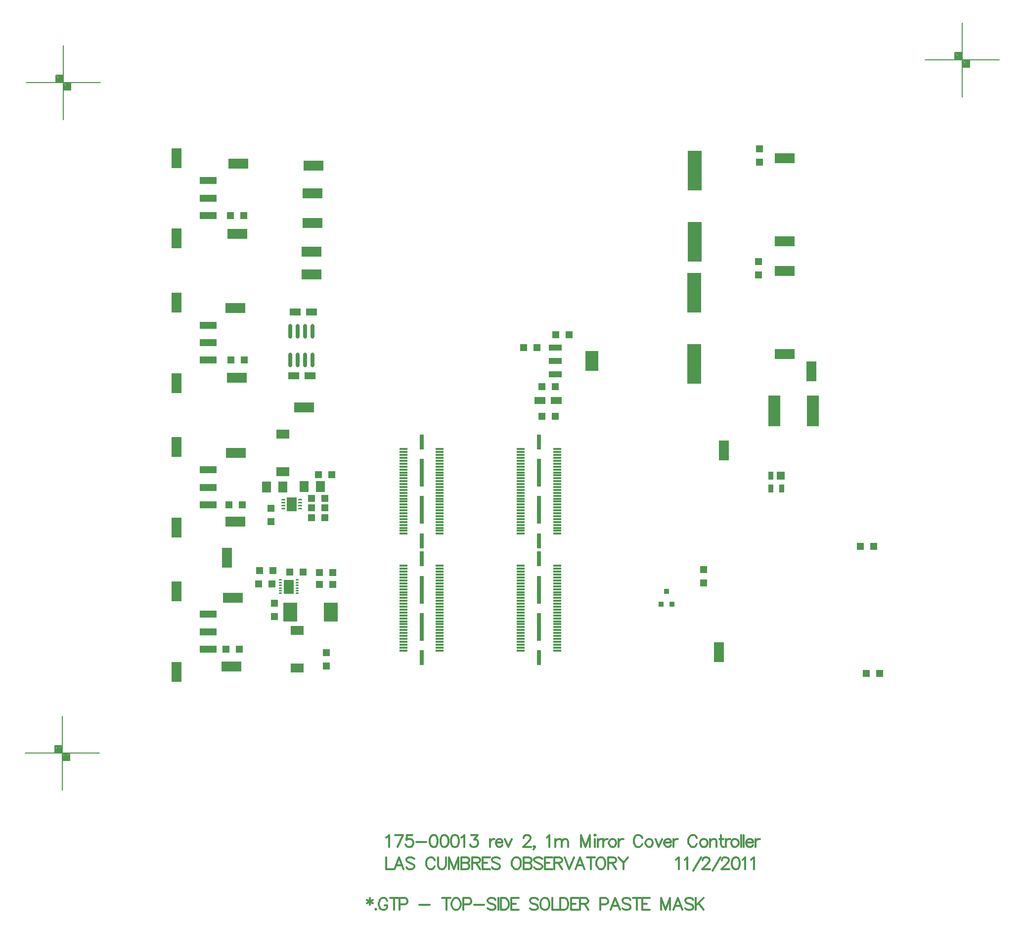
<source format=gtp>
%FSLAX23Y23*%
%MOIN*%
G70*
G01*
G75*
G04 Layer_Color=8421504*
%ADD10R,0.025X0.100*%
%ADD11R,0.057X0.012*%
%ADD12R,0.025X0.185*%
%ADD13R,0.085X0.138*%
%ADD14R,0.085X0.043*%
%ADD15R,0.085X0.043*%
%ADD16R,0.035X0.053*%
%ADD17R,0.053X0.053*%
%ADD18R,0.070X0.135*%
%ADD19R,0.036X0.036*%
%ADD20R,0.098X0.268*%
%ADD21R,0.078X0.048*%
%ADD22R,0.063X0.075*%
%ADD23R,0.050X0.050*%
%ADD24R,0.079X0.209*%
%ADD25R,0.094X0.130*%
%ADD26O,0.028X0.098*%
%ADD27R,0.087X0.059*%
%ADD28O,0.027X0.010*%
%ADD29R,0.065X0.094*%
%ADD30O,0.024X0.010*%
%ADD31R,0.135X0.070*%
%ADD32R,0.050X0.050*%
%ADD33R,0.115X0.050*%
%ADD34R,0.065X0.135*%
%ADD35C,0.050*%
%ADD36C,0.008*%
%ADD37C,0.005*%
%ADD38C,0.012*%
%ADD39C,0.010*%
%ADD40C,0.020*%
%ADD41C,0.100*%
%ADD42C,0.030*%
%ADD43C,0.025*%
%ADD44C,0.012*%
%ADD45C,0.012*%
%ADD46C,0.060*%
%ADD47C,0.039*%
%ADD48C,0.220*%
%ADD49C,0.020*%
%ADD50C,0.059*%
%ADD51R,0.059X0.059*%
%ADD52C,0.063*%
%ADD53C,0.116*%
%ADD54C,0.065*%
%ADD55C,0.100*%
%ADD56C,0.079*%
%ADD57R,0.059X0.059*%
%ADD58C,0.059*%
%ADD59C,0.087*%
%ADD60R,0.087X0.087*%
%ADD61C,0.157*%
%ADD62C,0.026*%
%ADD63C,0.024*%
%ADD64C,0.050*%
%ADD65C,0.040*%
%ADD66C,0.070*%
G04:AMPARAMS|DCode=67|XSize=90mil|YSize=90mil|CornerRadius=0mil|HoleSize=0mil|Usage=FLASHONLY|Rotation=0.000|XOffset=0mil|YOffset=0mil|HoleType=Round|Shape=Relief|Width=10mil|Gap=10mil|Entries=4|*
%AMTHD67*
7,0,0,0.090,0.070,0.010,45*
%
%ADD67THD67*%
%ADD68C,0.080*%
%ADD69C,0.206*%
%ADD70C,0.075*%
%ADD71C,0.168*%
%ADD72C,0.080*%
%ADD73C,0.103*%
%ADD74C,0.087*%
%ADD75C,0.075*%
%ADD76C,0.076*%
%ADD77C,0.131*%
%ADD78C,0.053*%
G04:AMPARAMS|DCode=79|XSize=110mil|YSize=110mil|CornerRadius=0mil|HoleSize=0mil|Usage=FLASHONLY|Rotation=0.000|XOffset=0mil|YOffset=0mil|HoleType=Round|Shape=Relief|Width=10mil|Gap=10mil|Entries=4|*
%AMTHD79*
7,0,0,0.110,0.090,0.010,45*
%
%ADD79THD79*%
G04:AMPARAMS|DCode=80|XSize=70mil|YSize=70mil|CornerRadius=0mil|HoleSize=0mil|Usage=FLASHONLY|Rotation=0.000|XOffset=0mil|YOffset=0mil|HoleType=Round|Shape=Relief|Width=10mil|Gap=10mil|Entries=4|*
%AMTHD80*
7,0,0,0.070,0.050,0.010,45*
%
%ADD80THD80*%
G04:AMPARAMS|DCode=81|XSize=120mil|YSize=120mil|CornerRadius=0mil|HoleSize=0mil|Usage=FLASHONLY|Rotation=0.000|XOffset=0mil|YOffset=0mil|HoleType=Round|Shape=Relief|Width=10mil|Gap=10mil|Entries=4|*
%AMTHD81*
7,0,0,0.120,0.100,0.010,45*
%
%ADD81THD81*%
%ADD82C,0.068*%
G04:AMPARAMS|DCode=83|XSize=100mil|YSize=100mil|CornerRadius=0mil|HoleSize=0mil|Usage=FLASHONLY|Rotation=0.000|XOffset=0mil|YOffset=0mil|HoleType=Round|Shape=Relief|Width=10mil|Gap=10mil|Entries=4|*
%AMTHD83*
7,0,0,0.100,0.080,0.010,45*
%
%ADD83THD83*%
G04:AMPARAMS|DCode=84|XSize=123mil|YSize=123mil|CornerRadius=0mil|HoleSize=0mil|Usage=FLASHONLY|Rotation=0.000|XOffset=0mil|YOffset=0mil|HoleType=Round|Shape=Relief|Width=10mil|Gap=10mil|Entries=4|*
%AMTHD84*
7,0,0,0.123,0.103,0.010,45*
%
%ADD84THD84*%
G04:AMPARAMS|DCode=85|XSize=95.433mil|YSize=95.433mil|CornerRadius=0mil|HoleSize=0mil|Usage=FLASHONLY|Rotation=0.000|XOffset=0mil|YOffset=0mil|HoleType=Round|Shape=Relief|Width=10mil|Gap=10mil|Entries=4|*
%AMTHD85*
7,0,0,0.095,0.075,0.010,45*
%
%ADD85THD85*%
G04:AMPARAMS|DCode=86|XSize=107.244mil|YSize=107.244mil|CornerRadius=0mil|HoleSize=0mil|Usage=FLASHONLY|Rotation=0.000|XOffset=0mil|YOffset=0mil|HoleType=Round|Shape=Relief|Width=10mil|Gap=10mil|Entries=4|*
%AMTHD86*
7,0,0,0.107,0.087,0.010,45*
%
%ADD86THD86*%
G04:AMPARAMS|DCode=87|XSize=96.221mil|YSize=96.221mil|CornerRadius=0mil|HoleSize=0mil|Usage=FLASHONLY|Rotation=0.000|XOffset=0mil|YOffset=0mil|HoleType=Round|Shape=Relief|Width=10mil|Gap=10mil|Entries=4|*
%AMTHD87*
7,0,0,0.096,0.076,0.010,45*
%
%ADD87THD87*%
G04:AMPARAMS|DCode=88|XSize=150.551mil|YSize=150.551mil|CornerRadius=0mil|HoleSize=0mil|Usage=FLASHONLY|Rotation=0.000|XOffset=0mil|YOffset=0mil|HoleType=Round|Shape=Relief|Width=10mil|Gap=10mil|Entries=4|*
%AMTHD88*
7,0,0,0.151,0.131,0.010,45*
%
%ADD88THD88*%
G04:AMPARAMS|DCode=89|XSize=72.992mil|YSize=72.992mil|CornerRadius=0mil|HoleSize=0mil|Usage=FLASHONLY|Rotation=0.000|XOffset=0mil|YOffset=0mil|HoleType=Round|Shape=Relief|Width=10mil|Gap=10mil|Entries=4|*
%AMTHD89*
7,0,0,0.073,0.053,0.010,45*
%
%ADD89THD89*%
%ADD90C,0.090*%
G04:AMPARAMS|DCode=91|XSize=88mil|YSize=88mil|CornerRadius=0mil|HoleSize=0mil|Usage=FLASHONLY|Rotation=0.000|XOffset=0mil|YOffset=0mil|HoleType=Round|Shape=Relief|Width=10mil|Gap=10mil|Entries=4|*
%AMTHD91*
7,0,0,0.088,0.068,0.010,45*
%
%ADD91THD91*%
%ADD92C,0.010*%
%ADD93C,0.010*%
%ADD94C,0.020*%
%ADD95C,0.008*%
%ADD96C,0.006*%
%ADD97C,0.007*%
%ADD98R,0.136X0.162*%
D10*
X14547Y11409D02*
D03*
Y11531D02*
D03*
Y12196D02*
D03*
Y10744D02*
D03*
X13757Y11409D02*
D03*
Y11531D02*
D03*
Y12196D02*
D03*
Y10744D02*
D03*
D11*
X14669Y12149D02*
D03*
Y12129D02*
D03*
Y12110D02*
D03*
Y12090D02*
D03*
Y12070D02*
D03*
Y12050D02*
D03*
Y12031D02*
D03*
Y12011D02*
D03*
Y11991D02*
D03*
Y11972D02*
D03*
Y11952D02*
D03*
Y11932D02*
D03*
Y11913D02*
D03*
Y11893D02*
D03*
Y11873D02*
D03*
Y11854D02*
D03*
Y11834D02*
D03*
Y11814D02*
D03*
Y11795D02*
D03*
Y11775D02*
D03*
Y11755D02*
D03*
Y11736D02*
D03*
Y11716D02*
D03*
Y11696D02*
D03*
Y11676D02*
D03*
Y11657D02*
D03*
Y11637D02*
D03*
Y11617D02*
D03*
Y11598D02*
D03*
Y11578D02*
D03*
Y11362D02*
D03*
Y11342D02*
D03*
Y11322D02*
D03*
Y11302D02*
D03*
Y11283D02*
D03*
Y11263D02*
D03*
Y11243D02*
D03*
Y11224D02*
D03*
Y11204D02*
D03*
Y11184D02*
D03*
Y11165D02*
D03*
Y11145D02*
D03*
Y11125D02*
D03*
Y11106D02*
D03*
Y11086D02*
D03*
Y11066D02*
D03*
Y11047D02*
D03*
Y11027D02*
D03*
Y11007D02*
D03*
Y10987D02*
D03*
Y10968D02*
D03*
Y10948D02*
D03*
Y10928D02*
D03*
Y10909D02*
D03*
Y10889D02*
D03*
Y10869D02*
D03*
Y10850D02*
D03*
Y10830D02*
D03*
Y10810D02*
D03*
Y10791D02*
D03*
X14425Y12149D02*
D03*
Y12129D02*
D03*
Y12110D02*
D03*
Y12090D02*
D03*
Y12070D02*
D03*
Y12050D02*
D03*
Y12031D02*
D03*
Y12011D02*
D03*
Y11991D02*
D03*
Y11972D02*
D03*
Y11952D02*
D03*
Y11932D02*
D03*
Y11913D02*
D03*
Y11893D02*
D03*
Y11873D02*
D03*
Y11854D02*
D03*
Y11834D02*
D03*
Y11814D02*
D03*
Y11795D02*
D03*
Y11775D02*
D03*
Y11755D02*
D03*
Y11736D02*
D03*
Y11716D02*
D03*
Y11696D02*
D03*
Y11676D02*
D03*
Y11657D02*
D03*
Y11637D02*
D03*
Y11617D02*
D03*
Y11598D02*
D03*
Y11578D02*
D03*
Y11362D02*
D03*
Y11342D02*
D03*
Y11322D02*
D03*
Y11302D02*
D03*
Y11283D02*
D03*
Y11263D02*
D03*
Y11243D02*
D03*
Y11224D02*
D03*
Y11204D02*
D03*
Y11184D02*
D03*
Y11165D02*
D03*
Y11145D02*
D03*
Y11125D02*
D03*
Y11106D02*
D03*
Y11086D02*
D03*
Y11066D02*
D03*
Y11047D02*
D03*
Y11027D02*
D03*
Y11007D02*
D03*
Y10987D02*
D03*
Y10968D02*
D03*
Y10948D02*
D03*
Y10928D02*
D03*
Y10909D02*
D03*
Y10889D02*
D03*
Y10869D02*
D03*
Y10850D02*
D03*
Y10830D02*
D03*
Y10810D02*
D03*
Y10791D02*
D03*
X13878Y12149D02*
D03*
Y12129D02*
D03*
Y12110D02*
D03*
Y12090D02*
D03*
Y12070D02*
D03*
Y12050D02*
D03*
Y12031D02*
D03*
Y12011D02*
D03*
Y11991D02*
D03*
Y11972D02*
D03*
Y11952D02*
D03*
Y11932D02*
D03*
Y11913D02*
D03*
Y11893D02*
D03*
Y11873D02*
D03*
Y11854D02*
D03*
Y11834D02*
D03*
Y11814D02*
D03*
Y11795D02*
D03*
Y11775D02*
D03*
Y11755D02*
D03*
Y11736D02*
D03*
Y11716D02*
D03*
Y11696D02*
D03*
Y11676D02*
D03*
Y11657D02*
D03*
Y11637D02*
D03*
Y11617D02*
D03*
Y11598D02*
D03*
Y11578D02*
D03*
Y11362D02*
D03*
Y11342D02*
D03*
Y11322D02*
D03*
Y11302D02*
D03*
Y11283D02*
D03*
Y11263D02*
D03*
Y11243D02*
D03*
Y11224D02*
D03*
Y11204D02*
D03*
Y11184D02*
D03*
Y11165D02*
D03*
Y11145D02*
D03*
Y11125D02*
D03*
Y11106D02*
D03*
Y11086D02*
D03*
Y11066D02*
D03*
Y11047D02*
D03*
Y11027D02*
D03*
Y11007D02*
D03*
Y10987D02*
D03*
Y10968D02*
D03*
Y10948D02*
D03*
Y10928D02*
D03*
Y10909D02*
D03*
Y10889D02*
D03*
Y10869D02*
D03*
Y10850D02*
D03*
Y10830D02*
D03*
Y10810D02*
D03*
Y10791D02*
D03*
X13635Y12149D02*
D03*
Y12129D02*
D03*
Y12110D02*
D03*
Y12090D02*
D03*
Y12070D02*
D03*
Y12050D02*
D03*
Y12031D02*
D03*
Y12011D02*
D03*
Y11991D02*
D03*
Y11972D02*
D03*
Y11952D02*
D03*
Y11932D02*
D03*
Y11913D02*
D03*
Y11893D02*
D03*
Y11873D02*
D03*
Y11854D02*
D03*
Y11834D02*
D03*
Y11814D02*
D03*
Y11795D02*
D03*
Y11775D02*
D03*
Y11755D02*
D03*
Y11736D02*
D03*
Y11716D02*
D03*
Y11696D02*
D03*
Y11676D02*
D03*
Y11657D02*
D03*
Y11637D02*
D03*
Y11617D02*
D03*
Y11598D02*
D03*
Y11578D02*
D03*
Y11362D02*
D03*
Y11342D02*
D03*
Y11322D02*
D03*
Y11302D02*
D03*
Y11283D02*
D03*
Y11263D02*
D03*
Y11243D02*
D03*
Y11224D02*
D03*
Y11204D02*
D03*
Y11184D02*
D03*
Y11165D02*
D03*
Y11145D02*
D03*
Y11125D02*
D03*
Y11106D02*
D03*
Y11086D02*
D03*
Y11066D02*
D03*
Y11047D02*
D03*
Y11027D02*
D03*
Y11007D02*
D03*
Y10987D02*
D03*
Y10968D02*
D03*
Y10948D02*
D03*
Y10928D02*
D03*
Y10909D02*
D03*
Y10889D02*
D03*
Y10869D02*
D03*
Y10850D02*
D03*
Y10830D02*
D03*
Y10810D02*
D03*
Y10791D02*
D03*
D12*
X14547Y11988D02*
D03*
Y11738D02*
D03*
Y10951D02*
D03*
Y11201D02*
D03*
X13757Y11988D02*
D03*
Y11738D02*
D03*
Y10951D02*
D03*
Y11201D02*
D03*
D13*
X14902Y12743D02*
D03*
D14*
X14658Y12653D02*
D03*
Y12834D02*
D03*
D15*
Y12743D02*
D03*
D16*
X16109Y11971D02*
D03*
Y11884D02*
D03*
X16183D02*
D03*
D17*
X16176Y11971D02*
D03*
D18*
X15793Y12138D02*
D03*
X16382Y12674D02*
D03*
X12442Y11417D02*
D03*
X15759Y10779D02*
D03*
D19*
X15369Y11104D02*
D03*
X15406Y11190D02*
D03*
X15443Y11104D02*
D03*
D20*
X15598Y13545D02*
D03*
Y14025D02*
D03*
X15595Y12722D02*
D03*
Y13202D02*
D03*
D21*
X13004Y12642D02*
D03*
X12894D02*
D03*
X14553Y12475D02*
D03*
X14663D02*
D03*
X13015Y13073D02*
D03*
X12905D02*
D03*
D22*
X13074Y11895D02*
D03*
X12964D02*
D03*
X12710Y11892D02*
D03*
X12820D02*
D03*
D23*
X14566Y12570D02*
D03*
X14656D02*
D03*
X12437Y10799D02*
D03*
X12527D02*
D03*
X12458Y11773D02*
D03*
X12548D02*
D03*
X12469Y12748D02*
D03*
X12559D02*
D03*
X12468Y13722D02*
D03*
X12558D02*
D03*
X16755Y10636D02*
D03*
X16845D02*
D03*
X16713Y11492D02*
D03*
X16803D02*
D03*
X13150Y11977D02*
D03*
X13060D02*
D03*
X13105Y11752D02*
D03*
X13015D02*
D03*
Y11817D02*
D03*
X13105D02*
D03*
X13015Y11687D02*
D03*
X13105D02*
D03*
X12662Y11330D02*
D03*
X12752D02*
D03*
X13157Y11315D02*
D03*
X13067D02*
D03*
X13157Y11235D02*
D03*
X13067D02*
D03*
X12747Y11240D02*
D03*
X12657D02*
D03*
X12867Y11320D02*
D03*
X12957D02*
D03*
X14568Y12368D02*
D03*
X14658D02*
D03*
X14660Y12921D02*
D03*
X14750D02*
D03*
X14445Y12833D02*
D03*
X14535D02*
D03*
D24*
X16394Y12407D02*
D03*
X16134D02*
D03*
D25*
X13144Y11050D02*
D03*
X12870D02*
D03*
D26*
X13021Y12942D02*
D03*
X12971D02*
D03*
X12921D02*
D03*
X12871D02*
D03*
X13021Y12749D02*
D03*
X12971D02*
D03*
X12921D02*
D03*
X12871D02*
D03*
D27*
X12917Y10926D02*
D03*
Y10674D02*
D03*
X12820Y11996D02*
D03*
Y12248D02*
D03*
D28*
X12825Y11806D02*
D03*
Y11787D02*
D03*
Y11767D02*
D03*
Y11747D02*
D03*
X12936D02*
D03*
Y11767D02*
D03*
X12936Y11787D02*
D03*
X12936Y11806D02*
D03*
D29*
X12880Y11777D02*
D03*
X12859Y11220D02*
D03*
D30*
X12916Y11265D02*
D03*
Y11247D02*
D03*
X12802Y11265D02*
D03*
Y11247D02*
D03*
Y11229D02*
D03*
Y11211D02*
D03*
Y11194D02*
D03*
Y11176D02*
D03*
X12916D02*
D03*
Y11194D02*
D03*
Y11211D02*
D03*
Y11229D02*
D03*
D31*
X16202Y12790D02*
D03*
Y13350D02*
D03*
Y13550D02*
D03*
Y14110D02*
D03*
X13019Y13674D02*
D03*
X13026Y14061D02*
D03*
X13015Y13481D02*
D03*
X13021Y13873D02*
D03*
X12484Y11147D02*
D03*
X12502Y12124D02*
D03*
X12500Y13099D02*
D03*
X12521Y14074D02*
D03*
X12475Y10683D02*
D03*
X12500Y11659D02*
D03*
X12509Y12629D02*
D03*
X12514Y13600D02*
D03*
X13015Y13326D02*
D03*
X12963Y12430D02*
D03*
D32*
X16027Y13413D02*
D03*
Y13323D02*
D03*
X16035Y14173D02*
D03*
Y14083D02*
D03*
X15658Y11337D02*
D03*
Y11247D02*
D03*
X12741Y11659D02*
D03*
Y11749D02*
D03*
X12762Y11020D02*
D03*
Y11110D02*
D03*
X13112Y10775D02*
D03*
Y10685D02*
D03*
D33*
X12318Y13722D02*
D03*
Y13840D02*
D03*
Y13958D02*
D03*
Y12748D02*
D03*
Y12866D02*
D03*
Y12984D02*
D03*
Y11773D02*
D03*
Y11891D02*
D03*
Y12009D02*
D03*
Y10799D02*
D03*
Y10917D02*
D03*
Y11035D02*
D03*
D34*
X12102Y13569D02*
D03*
Y14111D02*
D03*
Y12594D02*
D03*
Y13137D02*
D03*
Y11620D02*
D03*
Y12162D02*
D03*
Y10646D02*
D03*
Y11188D02*
D03*
D36*
X11311Y14643D02*
X11321D01*
X11311Y14638D02*
Y14648D01*
Y14638D02*
X11321D01*
Y14648D01*
X11311D02*
X11321D01*
X11306Y14633D02*
Y14648D01*
Y14633D02*
X11326D01*
Y14653D01*
X11306D02*
X11326D01*
X11301Y14628D02*
Y14653D01*
Y14628D02*
X11331D01*
Y14658D01*
X11301D02*
X11331D01*
X11296Y14623D02*
Y14663D01*
Y14623D02*
X11336D01*
Y14663D01*
X11296D02*
X11336D01*
X11361Y14593D02*
X11371D01*
X11361Y14588D02*
Y14598D01*
Y14588D02*
X11371D01*
Y14598D01*
X11361D02*
X11371D01*
X11356Y14583D02*
Y14598D01*
Y14583D02*
X11376D01*
Y14603D01*
X11356D02*
X11376D01*
X11351Y14578D02*
Y14603D01*
Y14578D02*
X11381D01*
Y14608D01*
X11351D02*
X11381D01*
X11346Y14573D02*
Y14613D01*
Y14573D02*
X11386D01*
Y14613D01*
X11346D02*
X11386D01*
X11341Y14568D02*
X11391D01*
Y14618D01*
X11291Y14668D02*
X11341D01*
X11291Y14618D02*
Y14668D01*
X11341Y14368D02*
Y14868D01*
X11091Y14618D02*
X11591D01*
X11302Y10123D02*
X11312D01*
X11302Y10118D02*
Y10128D01*
Y10118D02*
X11312D01*
Y10128D01*
X11302D02*
X11312D01*
X11297Y10113D02*
Y10128D01*
Y10113D02*
X11317D01*
Y10133D01*
X11297D02*
X11317D01*
X11292Y10108D02*
Y10133D01*
Y10108D02*
X11322D01*
Y10138D01*
X11292D02*
X11322D01*
X11287Y10103D02*
Y10143D01*
Y10103D02*
X11327D01*
Y10143D01*
X11287D02*
X11327D01*
X11352Y10073D02*
X11362D01*
X11352Y10068D02*
Y10078D01*
Y10068D02*
X11362D01*
Y10078D01*
X11352D02*
X11362D01*
X11347Y10063D02*
Y10078D01*
Y10063D02*
X11367D01*
Y10083D01*
X11347D02*
X11367D01*
X11342Y10058D02*
Y10083D01*
Y10058D02*
X11372D01*
Y10088D01*
X11342D02*
X11372D01*
X11337Y10053D02*
Y10093D01*
Y10053D02*
X11377D01*
Y10093D01*
X11337D02*
X11377D01*
X11332Y10048D02*
X11382D01*
Y10098D01*
X11282Y10148D02*
X11332D01*
X11282Y10098D02*
Y10148D01*
X11332Y9848D02*
Y10348D01*
X11082Y10098D02*
X11582D01*
X17370Y14798D02*
X17380D01*
X17370Y14793D02*
Y14803D01*
Y14793D02*
X17380Y14793D01*
X17380Y14803D01*
X17370D02*
X17380D01*
X17365Y14788D02*
Y14803D01*
Y14788D02*
X17385D01*
Y14808D01*
X17365Y14808D02*
X17385Y14808D01*
X17360Y14783D02*
Y14808D01*
Y14783D02*
X17390D01*
Y14813D01*
X17360D02*
X17390D01*
X17355Y14778D02*
Y14818D01*
Y14778D02*
X17395D01*
Y14818D01*
X17355D02*
X17395D01*
X17420Y14748D02*
X17430D01*
X17420Y14743D02*
X17420Y14753D01*
X17420Y14743D02*
X17430D01*
Y14753D01*
X17420Y14753D02*
X17430Y14753D01*
X17415Y14738D02*
Y14753D01*
Y14738D02*
X17435Y14738D01*
X17435Y14758D02*
X17435Y14738D01*
X17415Y14758D02*
X17435D01*
X17410Y14733D02*
Y14758D01*
Y14733D02*
X17440D01*
Y14763D01*
X17410D02*
X17440D01*
X17405Y14728D02*
Y14768D01*
Y14728D02*
X17445D01*
Y14768D01*
X17405D02*
X17445D01*
X17400Y14723D02*
X17450Y14723D01*
X17450Y14773D02*
X17450Y14723D01*
X17350Y14823D02*
X17400Y14823D01*
X17350Y14823D02*
X17350Y14773D01*
X17400Y14523D02*
Y15023D01*
X17150Y14773D02*
X17650D01*
D38*
X13407Y9122D02*
Y9076D01*
X13388Y9110D02*
X13426Y9087D01*
Y9110D02*
X13388Y9087D01*
X13447Y9049D02*
X13443Y9045D01*
X13447Y9042D01*
X13450Y9045D01*
X13447Y9049D01*
X13525Y9103D02*
X13521Y9110D01*
X13514Y9118D01*
X13506Y9122D01*
X13491D01*
X13483Y9118D01*
X13475Y9110D01*
X13472Y9103D01*
X13468Y9091D01*
Y9072D01*
X13472Y9061D01*
X13475Y9053D01*
X13483Y9045D01*
X13491Y9042D01*
X13506D01*
X13514Y9045D01*
X13521Y9053D01*
X13525Y9061D01*
Y9072D01*
X13506D02*
X13525D01*
X13570Y9122D02*
Y9042D01*
X13543Y9122D02*
X13597D01*
X13606Y9080D02*
X13640D01*
X13652Y9084D01*
X13656Y9087D01*
X13659Y9095D01*
Y9106D01*
X13656Y9114D01*
X13652Y9118D01*
X13640Y9122D01*
X13606D01*
Y9042D01*
X13740Y9076D02*
X13809D01*
X13922Y9122D02*
Y9042D01*
X13895Y9122D02*
X13949D01*
X13981D02*
X13973Y9118D01*
X13966Y9110D01*
X13962Y9103D01*
X13958Y9091D01*
Y9072D01*
X13962Y9061D01*
X13966Y9053D01*
X13973Y9045D01*
X13981Y9042D01*
X13996D01*
X14004Y9045D01*
X14011Y9053D01*
X14015Y9061D01*
X14019Y9072D01*
Y9091D01*
X14015Y9103D01*
X14011Y9110D01*
X14004Y9118D01*
X13996Y9122D01*
X13981D01*
X14038Y9080D02*
X14072D01*
X14083Y9084D01*
X14087Y9087D01*
X14091Y9095D01*
Y9106D01*
X14087Y9114D01*
X14083Y9118D01*
X14072Y9122D01*
X14038D01*
Y9042D01*
X14109Y9076D02*
X14177D01*
X14254Y9110D02*
X14247Y9118D01*
X14235Y9122D01*
X14220D01*
X14209Y9118D01*
X14201Y9110D01*
Y9103D01*
X14205Y9095D01*
X14209Y9091D01*
X14216Y9087D01*
X14239Y9080D01*
X14247Y9076D01*
X14251Y9072D01*
X14254Y9064D01*
Y9053D01*
X14247Y9045D01*
X14235Y9042D01*
X14220D01*
X14209Y9045D01*
X14201Y9053D01*
X14272Y9122D02*
Y9042D01*
X14289Y9122D02*
Y9042D01*
Y9122D02*
X14316D01*
X14327Y9118D01*
X14335Y9110D01*
X14339Y9103D01*
X14342Y9091D01*
Y9072D01*
X14339Y9061D01*
X14335Y9053D01*
X14327Y9045D01*
X14316Y9042D01*
X14289D01*
X14410Y9122D02*
X14360D01*
Y9042D01*
X14410D01*
X14360Y9084D02*
X14391D01*
X14539Y9110D02*
X14532Y9118D01*
X14520Y9122D01*
X14505D01*
X14494Y9118D01*
X14486Y9110D01*
Y9103D01*
X14490Y9095D01*
X14494Y9091D01*
X14501Y9087D01*
X14524Y9080D01*
X14532Y9076D01*
X14535Y9072D01*
X14539Y9064D01*
Y9053D01*
X14532Y9045D01*
X14520Y9042D01*
X14505D01*
X14494Y9045D01*
X14486Y9053D01*
X14580Y9122D02*
X14572Y9118D01*
X14565Y9110D01*
X14561Y9103D01*
X14557Y9091D01*
Y9072D01*
X14561Y9061D01*
X14565Y9053D01*
X14572Y9045D01*
X14580Y9042D01*
X14595D01*
X14603Y9045D01*
X14610Y9053D01*
X14614Y9061D01*
X14618Y9072D01*
Y9091D01*
X14614Y9103D01*
X14610Y9110D01*
X14603Y9118D01*
X14595Y9122D01*
X14580D01*
X14637D02*
Y9042D01*
X14682D01*
X14691Y9122D02*
Y9042D01*
Y9122D02*
X14718D01*
X14729Y9118D01*
X14737Y9110D01*
X14741Y9103D01*
X14745Y9091D01*
Y9072D01*
X14741Y9061D01*
X14737Y9053D01*
X14729Y9045D01*
X14718Y9042D01*
X14691D01*
X14812Y9122D02*
X14762D01*
Y9042D01*
X14812D01*
X14762Y9084D02*
X14793D01*
X14825Y9122D02*
Y9042D01*
Y9122D02*
X14860D01*
X14871Y9118D01*
X14875Y9114D01*
X14879Y9106D01*
Y9099D01*
X14875Y9091D01*
X14871Y9087D01*
X14860Y9084D01*
X14825D01*
X14852D02*
X14879Y9042D01*
X14959Y9080D02*
X14994D01*
X15005Y9084D01*
X15009Y9087D01*
X15013Y9095D01*
Y9106D01*
X15009Y9114D01*
X15005Y9118D01*
X14994Y9122D01*
X14959D01*
Y9042D01*
X15092D02*
X15061Y9122D01*
X15031Y9042D01*
X15042Y9068D02*
X15080D01*
X15164Y9110D02*
X15156Y9118D01*
X15144Y9122D01*
X15129D01*
X15118Y9118D01*
X15110Y9110D01*
Y9103D01*
X15114Y9095D01*
X15118Y9091D01*
X15125Y9087D01*
X15148Y9080D01*
X15156Y9076D01*
X15160Y9072D01*
X15164Y9064D01*
Y9053D01*
X15156Y9045D01*
X15144Y9042D01*
X15129D01*
X15118Y9045D01*
X15110Y9053D01*
X15208Y9122D02*
Y9042D01*
X15181Y9122D02*
X15235D01*
X15294D02*
X15244D01*
Y9042D01*
X15294D01*
X15244Y9084D02*
X15275D01*
X15370Y9122D02*
Y9042D01*
Y9122D02*
X15400Y9042D01*
X15431Y9122D02*
X15400Y9042D01*
X15431Y9122D02*
Y9042D01*
X15515D02*
X15484Y9122D01*
X15454Y9042D01*
X15465Y9068D02*
X15503D01*
X15587Y9110D02*
X15579Y9118D01*
X15568Y9122D01*
X15552D01*
X15541Y9118D01*
X15533Y9110D01*
Y9103D01*
X15537Y9095D01*
X15541Y9091D01*
X15549Y9087D01*
X15571Y9080D01*
X15579Y9076D01*
X15583Y9072D01*
X15587Y9064D01*
Y9053D01*
X15579Y9045D01*
X15568Y9042D01*
X15552D01*
X15541Y9045D01*
X15533Y9053D01*
X15605Y9122D02*
Y9042D01*
X15658Y9122D02*
X15605Y9068D01*
X15624Y9087D02*
X15658Y9042D01*
X13518Y9531D02*
X13526Y9535D01*
X13537Y9546D01*
Y9466D01*
X13630Y9546D02*
X13592Y9466D01*
X13577Y9546D02*
X13630D01*
X13694D02*
X13656D01*
X13652Y9512D01*
X13656Y9516D01*
X13667Y9520D01*
X13679D01*
X13690Y9516D01*
X13698Y9508D01*
X13701Y9497D01*
Y9489D01*
X13698Y9478D01*
X13690Y9470D01*
X13679Y9466D01*
X13667D01*
X13656Y9470D01*
X13652Y9474D01*
X13648Y9482D01*
X13719Y9501D02*
X13788D01*
X13834Y9546D02*
X13823Y9543D01*
X13815Y9531D01*
X13811Y9512D01*
Y9501D01*
X13815Y9482D01*
X13823Y9470D01*
X13834Y9466D01*
X13842D01*
X13853Y9470D01*
X13861Y9482D01*
X13865Y9501D01*
Y9512D01*
X13861Y9531D01*
X13853Y9543D01*
X13842Y9546D01*
X13834D01*
X13906D02*
X13894Y9543D01*
X13886Y9531D01*
X13883Y9512D01*
Y9501D01*
X13886Y9482D01*
X13894Y9470D01*
X13906Y9466D01*
X13913D01*
X13925Y9470D01*
X13932Y9482D01*
X13936Y9501D01*
Y9512D01*
X13932Y9531D01*
X13925Y9543D01*
X13913Y9546D01*
X13906D01*
X13977D02*
X13965Y9543D01*
X13958Y9531D01*
X13954Y9512D01*
Y9501D01*
X13958Y9482D01*
X13965Y9470D01*
X13977Y9466D01*
X13984D01*
X13996Y9470D01*
X14003Y9482D01*
X14007Y9501D01*
Y9512D01*
X14003Y9531D01*
X13996Y9543D01*
X13984Y9546D01*
X13977D01*
X14025Y9531D02*
X14033Y9535D01*
X14044Y9546D01*
Y9466D01*
X14091Y9546D02*
X14133D01*
X14110Y9516D01*
X14122D01*
X14129Y9512D01*
X14133Y9508D01*
X14137Y9497D01*
Y9489D01*
X14133Y9478D01*
X14126Y9470D01*
X14114Y9466D01*
X14103D01*
X14091Y9470D01*
X14088Y9474D01*
X14084Y9482D01*
X14218Y9520D02*
Y9466D01*
Y9497D02*
X14222Y9508D01*
X14229Y9516D01*
X14237Y9520D01*
X14248D01*
X14256Y9497D02*
X14301D01*
Y9504D01*
X14297Y9512D01*
X14294Y9516D01*
X14286Y9520D01*
X14275D01*
X14267Y9516D01*
X14259Y9508D01*
X14256Y9497D01*
Y9489D01*
X14259Y9478D01*
X14267Y9470D01*
X14275Y9466D01*
X14286D01*
X14294Y9470D01*
X14301Y9478D01*
X14318Y9520D02*
X14341Y9466D01*
X14364Y9520D02*
X14341Y9466D01*
X14444Y9527D02*
Y9531D01*
X14447Y9539D01*
X14451Y9543D01*
X14459Y9546D01*
X14474D01*
X14482Y9543D01*
X14486Y9539D01*
X14489Y9531D01*
Y9523D01*
X14486Y9516D01*
X14478Y9504D01*
X14440Y9466D01*
X14493D01*
X14519Y9470D02*
X14515Y9466D01*
X14511Y9470D01*
X14515Y9474D01*
X14519Y9470D01*
Y9463D01*
X14515Y9455D01*
X14511Y9451D01*
X14599Y9531D02*
X14607Y9535D01*
X14618Y9546D01*
Y9466D01*
X14658Y9520D02*
Y9466D01*
Y9504D02*
X14669Y9516D01*
X14677Y9520D01*
X14688D01*
X14696Y9516D01*
X14700Y9504D01*
Y9466D01*
Y9504D02*
X14711Y9516D01*
X14719Y9520D01*
X14730D01*
X14738Y9516D01*
X14742Y9504D01*
Y9466D01*
X14830Y9546D02*
Y9466D01*
Y9546D02*
X14860Y9466D01*
X14890Y9546D02*
X14860Y9466D01*
X14890Y9546D02*
Y9466D01*
X14921Y9546D02*
X14925Y9543D01*
X14929Y9546D01*
X14925Y9550D01*
X14921Y9546D01*
X14925Y9520D02*
Y9466D01*
X14943Y9520D02*
Y9466D01*
Y9497D02*
X14946Y9508D01*
X14954Y9516D01*
X14962Y9520D01*
X14973D01*
X14980D02*
Y9466D01*
Y9497D02*
X14984Y9508D01*
X14992Y9516D01*
X14999Y9520D01*
X15011D01*
X15037D02*
X15029Y9516D01*
X15022Y9508D01*
X15018Y9497D01*
Y9489D01*
X15022Y9478D01*
X15029Y9470D01*
X15037Y9466D01*
X15049D01*
X15056Y9470D01*
X15064Y9478D01*
X15068Y9489D01*
Y9497D01*
X15064Y9508D01*
X15056Y9516D01*
X15049Y9520D01*
X15037D01*
X15085D02*
Y9466D01*
Y9497D02*
X15089Y9508D01*
X15097Y9516D01*
X15104Y9520D01*
X15116D01*
X15243Y9527D02*
X15239Y9535D01*
X15231Y9543D01*
X15224Y9546D01*
X15208D01*
X15201Y9543D01*
X15193Y9535D01*
X15189Y9527D01*
X15186Y9516D01*
Y9497D01*
X15189Y9485D01*
X15193Y9478D01*
X15201Y9470D01*
X15208Y9466D01*
X15224D01*
X15231Y9470D01*
X15239Y9478D01*
X15243Y9485D01*
X15284Y9520D02*
X15277Y9516D01*
X15269Y9508D01*
X15265Y9497D01*
Y9489D01*
X15269Y9478D01*
X15277Y9470D01*
X15284Y9466D01*
X15296D01*
X15303Y9470D01*
X15311Y9478D01*
X15315Y9489D01*
Y9497D01*
X15311Y9508D01*
X15303Y9516D01*
X15296Y9520D01*
X15284D01*
X15332D02*
X15355Y9466D01*
X15378Y9520D02*
X15355Y9466D01*
X15391Y9497D02*
X15437D01*
Y9504D01*
X15433Y9512D01*
X15429Y9516D01*
X15421Y9520D01*
X15410D01*
X15402Y9516D01*
X15395Y9508D01*
X15391Y9497D01*
Y9489D01*
X15395Y9478D01*
X15402Y9470D01*
X15410Y9466D01*
X15421D01*
X15429Y9470D01*
X15437Y9478D01*
X15454Y9520D02*
Y9466D01*
Y9497D02*
X15458Y9508D01*
X15465Y9516D01*
X15473Y9520D01*
X15484D01*
X15611Y9527D02*
X15608Y9535D01*
X15600Y9543D01*
X15592Y9546D01*
X15577D01*
X15570Y9543D01*
X15562Y9535D01*
X15558Y9527D01*
X15554Y9516D01*
Y9497D01*
X15558Y9485D01*
X15562Y9478D01*
X15570Y9470D01*
X15577Y9466D01*
X15592D01*
X15600Y9470D01*
X15608Y9478D01*
X15611Y9485D01*
X15653Y9520D02*
X15645Y9516D01*
X15638Y9508D01*
X15634Y9497D01*
Y9489D01*
X15638Y9478D01*
X15645Y9470D01*
X15653Y9466D01*
X15664D01*
X15672Y9470D01*
X15680Y9478D01*
X15683Y9489D01*
Y9497D01*
X15680Y9508D01*
X15672Y9516D01*
X15664Y9520D01*
X15653D01*
X15701D02*
Y9466D01*
Y9504D02*
X15712Y9516D01*
X15720Y9520D01*
X15731D01*
X15739Y9516D01*
X15743Y9504D01*
Y9466D01*
X15775Y9546D02*
Y9482D01*
X15779Y9470D01*
X15787Y9466D01*
X15794D01*
X15764Y9520D02*
X15790D01*
X15806D02*
Y9466D01*
Y9497D02*
X15809Y9508D01*
X15817Y9516D01*
X15825Y9520D01*
X15836D01*
X15862D02*
X15855Y9516D01*
X15847Y9508D01*
X15843Y9497D01*
Y9489D01*
X15847Y9478D01*
X15855Y9470D01*
X15862Y9466D01*
X15874D01*
X15881Y9470D01*
X15889Y9478D01*
X15893Y9489D01*
Y9497D01*
X15889Y9508D01*
X15881Y9516D01*
X15874Y9520D01*
X15862D01*
X15910Y9546D02*
Y9466D01*
X15927Y9546D02*
Y9466D01*
X15944Y9497D02*
X15990D01*
Y9504D01*
X15986Y9512D01*
X15982Y9516D01*
X15974Y9520D01*
X15963D01*
X15955Y9516D01*
X15948Y9508D01*
X15944Y9497D01*
Y9489D01*
X15948Y9478D01*
X15955Y9470D01*
X15963Y9466D01*
X15974D01*
X15982Y9470D01*
X15990Y9478D01*
X16007Y9520D02*
Y9466D01*
Y9497D02*
X16011Y9508D01*
X16018Y9516D01*
X16026Y9520D01*
X16037D01*
D45*
X13518Y9396D02*
Y9316D01*
X13564D01*
X13634D02*
X13603Y9396D01*
X13573Y9316D01*
X13584Y9343D02*
X13622D01*
X13706Y9385D02*
X13698Y9393D01*
X13687Y9396D01*
X13671D01*
X13660Y9393D01*
X13652Y9385D01*
Y9377D01*
X13656Y9370D01*
X13660Y9366D01*
X13667Y9362D01*
X13690Y9354D01*
X13698Y9351D01*
X13702Y9347D01*
X13706Y9339D01*
Y9328D01*
X13698Y9320D01*
X13687Y9316D01*
X13671D01*
X13660Y9320D01*
X13652Y9328D01*
X13843Y9377D02*
X13840Y9385D01*
X13832Y9393D01*
X13824Y9396D01*
X13809D01*
X13802Y9393D01*
X13794Y9385D01*
X13790Y9377D01*
X13786Y9366D01*
Y9347D01*
X13790Y9335D01*
X13794Y9328D01*
X13802Y9320D01*
X13809Y9316D01*
X13824D01*
X13832Y9320D01*
X13840Y9328D01*
X13843Y9335D01*
X13866Y9396D02*
Y9339D01*
X13870Y9328D01*
X13877Y9320D01*
X13889Y9316D01*
X13896D01*
X13908Y9320D01*
X13915Y9328D01*
X13919Y9339D01*
Y9396D01*
X13941D02*
Y9316D01*
Y9396D02*
X13972Y9316D01*
X14002Y9396D02*
X13972Y9316D01*
X14002Y9396D02*
Y9316D01*
X14025Y9396D02*
Y9316D01*
Y9396D02*
X14059D01*
X14071Y9393D01*
X14075Y9389D01*
X14078Y9381D01*
Y9373D01*
X14075Y9366D01*
X14071Y9362D01*
X14059Y9358D01*
X14025D02*
X14059D01*
X14071Y9354D01*
X14075Y9351D01*
X14078Y9343D01*
Y9332D01*
X14075Y9324D01*
X14071Y9320D01*
X14059Y9316D01*
X14025D01*
X14096Y9396D02*
Y9316D01*
Y9396D02*
X14131D01*
X14142Y9393D01*
X14146Y9389D01*
X14150Y9381D01*
Y9373D01*
X14146Y9366D01*
X14142Y9362D01*
X14131Y9358D01*
X14096D01*
X14123D02*
X14150Y9316D01*
X14217Y9396D02*
X14168D01*
Y9316D01*
X14217D01*
X14168Y9358D02*
X14198D01*
X14284Y9385D02*
X14276Y9393D01*
X14265Y9396D01*
X14249D01*
X14238Y9393D01*
X14230Y9385D01*
Y9377D01*
X14234Y9370D01*
X14238Y9366D01*
X14246Y9362D01*
X14268Y9354D01*
X14276Y9351D01*
X14280Y9347D01*
X14284Y9339D01*
Y9328D01*
X14276Y9320D01*
X14265Y9316D01*
X14249D01*
X14238Y9320D01*
X14230Y9328D01*
X14387Y9396D02*
X14380Y9393D01*
X14372Y9385D01*
X14368Y9377D01*
X14364Y9366D01*
Y9347D01*
X14368Y9335D01*
X14372Y9328D01*
X14380Y9320D01*
X14387Y9316D01*
X14403D01*
X14410Y9320D01*
X14418Y9328D01*
X14422Y9335D01*
X14425Y9347D01*
Y9366D01*
X14422Y9377D01*
X14418Y9385D01*
X14410Y9393D01*
X14403Y9396D01*
X14387D01*
X14444D02*
Y9316D01*
Y9396D02*
X14478D01*
X14490Y9393D01*
X14494Y9389D01*
X14497Y9381D01*
Y9373D01*
X14494Y9366D01*
X14490Y9362D01*
X14478Y9358D01*
X14444D02*
X14478D01*
X14490Y9354D01*
X14494Y9351D01*
X14497Y9343D01*
Y9332D01*
X14494Y9324D01*
X14490Y9320D01*
X14478Y9316D01*
X14444D01*
X14569Y9385D02*
X14561Y9393D01*
X14550Y9396D01*
X14534D01*
X14523Y9393D01*
X14515Y9385D01*
Y9377D01*
X14519Y9370D01*
X14523Y9366D01*
X14531Y9362D01*
X14553Y9354D01*
X14561Y9351D01*
X14565Y9347D01*
X14569Y9339D01*
Y9328D01*
X14561Y9320D01*
X14550Y9316D01*
X14534D01*
X14523Y9320D01*
X14515Y9328D01*
X14636Y9396D02*
X14587D01*
Y9316D01*
X14636D01*
X14587Y9358D02*
X14617D01*
X14649Y9396D02*
Y9316D01*
Y9396D02*
X14684D01*
X14695Y9393D01*
X14699Y9389D01*
X14703Y9381D01*
Y9373D01*
X14699Y9366D01*
X14695Y9362D01*
X14684Y9358D01*
X14649D01*
X14676D02*
X14703Y9316D01*
X14721Y9396D02*
X14751Y9316D01*
X14782Y9396D02*
X14751Y9316D01*
X14853D02*
X14822Y9396D01*
X14792Y9316D01*
X14803Y9343D02*
X14841D01*
X14898Y9396D02*
Y9316D01*
X14871Y9396D02*
X14925D01*
X14957D02*
X14949Y9393D01*
X14942Y9385D01*
X14938Y9377D01*
X14934Y9366D01*
Y9347D01*
X14938Y9335D01*
X14942Y9328D01*
X14949Y9320D01*
X14957Y9316D01*
X14972D01*
X14980Y9320D01*
X14988Y9328D01*
X14991Y9335D01*
X14995Y9347D01*
Y9366D01*
X14991Y9377D01*
X14988Y9385D01*
X14980Y9393D01*
X14972Y9396D01*
X14957D01*
X15014D02*
Y9316D01*
Y9396D02*
X15048D01*
X15060Y9393D01*
X15063Y9389D01*
X15067Y9381D01*
Y9373D01*
X15063Y9366D01*
X15060Y9362D01*
X15048Y9358D01*
X15014D01*
X15041D02*
X15067Y9316D01*
X15085Y9396D02*
X15116Y9358D01*
Y9316D01*
X15146Y9396D02*
X15116Y9358D01*
X15471Y9381D02*
X15478Y9385D01*
X15490Y9396D01*
Y9316D01*
X15529Y9381D02*
X15537Y9385D01*
X15548Y9396D01*
Y9316D01*
X15588Y9305D02*
X15641Y9396D01*
X15650Y9377D02*
Y9381D01*
X15654Y9389D01*
X15658Y9393D01*
X15666Y9396D01*
X15681D01*
X15688Y9393D01*
X15692Y9389D01*
X15696Y9381D01*
Y9373D01*
X15692Y9366D01*
X15685Y9354D01*
X15646Y9316D01*
X15700D01*
X15718Y9305D02*
X15771Y9396D01*
X15780Y9377D02*
Y9381D01*
X15784Y9389D01*
X15788Y9393D01*
X15795Y9396D01*
X15811D01*
X15818Y9393D01*
X15822Y9389D01*
X15826Y9381D01*
Y9373D01*
X15822Y9366D01*
X15814Y9354D01*
X15776Y9316D01*
X15830D01*
X15870Y9396D02*
X15859Y9393D01*
X15851Y9381D01*
X15848Y9362D01*
Y9351D01*
X15851Y9332D01*
X15859Y9320D01*
X15870Y9316D01*
X15878D01*
X15889Y9320D01*
X15897Y9332D01*
X15901Y9351D01*
Y9362D01*
X15897Y9381D01*
X15889Y9393D01*
X15878Y9396D01*
X15870D01*
X15919Y9381D02*
X15926Y9385D01*
X15938Y9396D01*
Y9316D01*
X15977Y9381D02*
X15985Y9385D01*
X15996Y9396D01*
Y9316D01*
M02*

</source>
